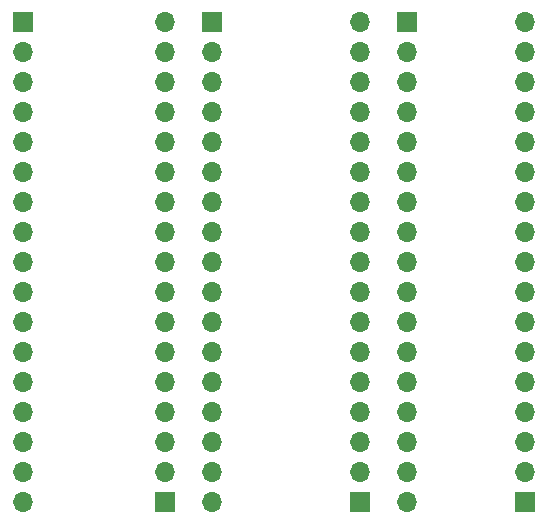
<source format=gbs>
%TF.GenerationSoftware,KiCad,Pcbnew,5.1.10*%
%TF.CreationDate,2021-10-22T01:18:59+03:00*%
%TF.ProjectId,breakouts,62726561-6b6f-4757-9473-2e6b69636164,rev?*%
%TF.SameCoordinates,Original*%
%TF.FileFunction,Soldermask,Bot*%
%TF.FilePolarity,Negative*%
%FSLAX46Y46*%
G04 Gerber Fmt 4.6, Leading zero omitted, Abs format (unit mm)*
G04 Created by KiCad (PCBNEW 5.1.10) date 2021-10-22 01:18:59*
%MOMM*%
%LPD*%
G01*
G04 APERTURE LIST*
%ADD10O,1.700000X1.700000*%
%ADD11R,1.700000X1.700000*%
G04 APERTURE END LIST*
D10*
%TO.C,J18*%
X81000000Y-46824999D03*
X81000000Y-49364999D03*
X81000000Y-51904999D03*
X81000000Y-54444999D03*
X81000000Y-56984999D03*
X81000000Y-59524999D03*
X81000000Y-62064999D03*
X81000000Y-64604999D03*
X81000000Y-67144999D03*
X81000000Y-69684999D03*
X81000000Y-72224999D03*
X81000000Y-74764999D03*
X81000000Y-77304999D03*
X81000000Y-79844999D03*
X81000000Y-82384999D03*
X81000000Y-84924999D03*
D11*
X81000000Y-87464999D03*
%TD*%
D10*
%TO.C,J16*%
X71000000Y-87504999D03*
X71000000Y-84964999D03*
X71000000Y-82424999D03*
X71000000Y-79884999D03*
X71000000Y-77344999D03*
X71000000Y-74804999D03*
X71000000Y-72264999D03*
X71000000Y-69724999D03*
X71000000Y-67184999D03*
X71000000Y-64644999D03*
X71000000Y-62104999D03*
X71000000Y-59564999D03*
X71000000Y-57024999D03*
X71000000Y-54484999D03*
X71000000Y-51944999D03*
X71000000Y-49404999D03*
D11*
X71000000Y-46864999D03*
%TD*%
D10*
%TO.C,J15*%
X67000000Y-46824999D03*
X67000000Y-49364999D03*
X67000000Y-51904999D03*
X67000000Y-54444999D03*
X67000000Y-56984999D03*
X67000000Y-59524999D03*
X67000000Y-62064999D03*
X67000000Y-64604999D03*
X67000000Y-67144999D03*
X67000000Y-69684999D03*
X67000000Y-72224999D03*
X67000000Y-74764999D03*
X67000000Y-77304999D03*
X67000000Y-79844999D03*
X67000000Y-82384999D03*
X67000000Y-84924999D03*
D11*
X67000000Y-87464999D03*
%TD*%
D10*
%TO.C,J13*%
X54500000Y-87504999D03*
X54500000Y-84964999D03*
X54500000Y-82424999D03*
X54500000Y-79884999D03*
X54500000Y-77344999D03*
X54500000Y-74804999D03*
X54500000Y-72264999D03*
X54500000Y-69724999D03*
X54500000Y-67184999D03*
X54500000Y-64644999D03*
X54500000Y-62104999D03*
X54500000Y-59564999D03*
X54500000Y-57024999D03*
X54500000Y-54484999D03*
X54500000Y-51944999D03*
X54500000Y-49404999D03*
D11*
X54500000Y-46864999D03*
%TD*%
D10*
%TO.C,J12*%
X50500000Y-46824999D03*
X50500000Y-49364999D03*
X50500000Y-51904999D03*
X50500000Y-54444999D03*
X50500000Y-56984999D03*
X50500000Y-59524999D03*
X50500000Y-62064999D03*
X50500000Y-64604999D03*
X50500000Y-67144999D03*
X50500000Y-69684999D03*
X50500000Y-72224999D03*
X50500000Y-74764999D03*
X50500000Y-77304999D03*
X50500000Y-79844999D03*
X50500000Y-82384999D03*
X50500000Y-84924999D03*
D11*
X50500000Y-87464999D03*
%TD*%
D10*
%TO.C,J11*%
X38500000Y-87504999D03*
X38500000Y-84964999D03*
X38500000Y-82424999D03*
X38500000Y-79884999D03*
X38500000Y-77344999D03*
X38500000Y-74804999D03*
X38500000Y-72264999D03*
X38500000Y-69724999D03*
X38500000Y-67184999D03*
X38500000Y-64644999D03*
X38500000Y-62104999D03*
X38500000Y-59564999D03*
X38500000Y-57024999D03*
X38500000Y-54484999D03*
X38500000Y-51944999D03*
X38500000Y-49404999D03*
D11*
X38500000Y-46864999D03*
%TD*%
M02*

</source>
